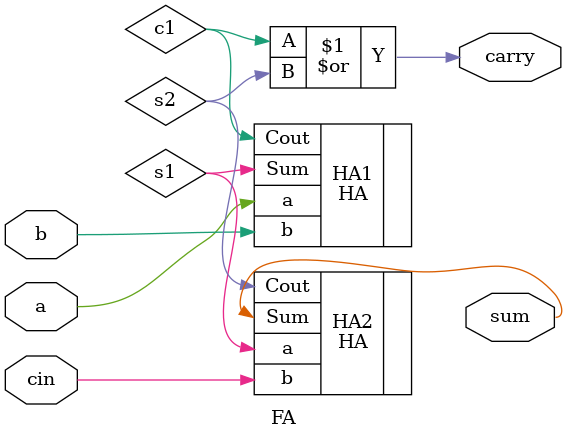
<source format=v>
`timescale 1ns / 1ps


module FA(
  output carry,
  output sum,
  input a,
  input b,
  input cin
);
  wire s1, c1, s2;
  
  HA HA1(.a(a), .b(b), .Sum(s1), .Cout(c1));
  HA HA2(.a(s1), .b(cin), .Sum(sum), .Cout(s2));
  assign carry = c1 | s2;
endmodule

</source>
